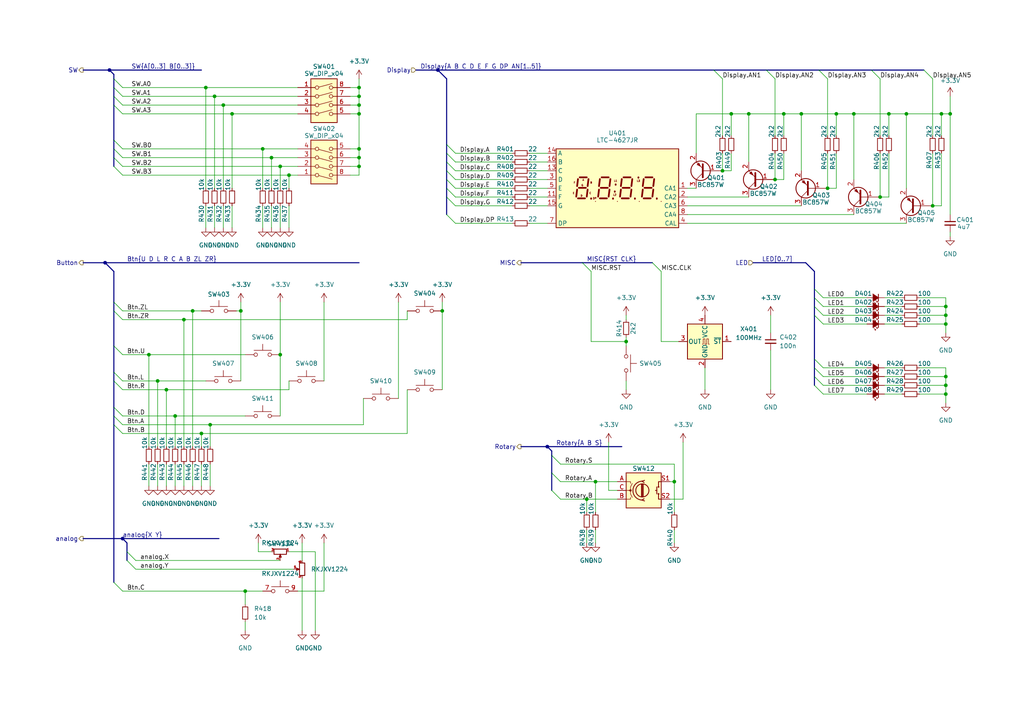
<source format=kicad_sch>
(kicad_sch (version 20250114) (generator "eeschema") (generator_version "9.0")
  (paper "A4")
  (junction (at 59.69 25.4))
  (junction (at 257.81 33.02))
  (junction (at 232.41 33.02))
  (junction (at 224.79 52.07))
  (junction (at 274.32 91.44))
  (junction (at 55.88 90.17))
  (junction (at 78.74 45.72))
  (junction (at 262.89 33.02))
  (junction (at 128.27 90.17))
  (junction (at 275.59 33.02))
  (junction (at 240.03 54.61))
  (junction (at 104.14 45.72))
  (junction (at 212.09 33.02))
  (junction (at 104.14 27.94))
  (junction (at 242.57 33.02))
  (junction (at 53.34 92.71))
  (junction (at 255.27 57.15))
  (junction (at 35.56 156.21))
  (junction (at 247.65 33.02))
  (junction (at 274.32 111.76))
  (junction (at 172.72 139.7))
  (junction (at 31.75 20.32))
  (junction (at 104.14 43.18))
  (junction (at 274.32 88.9))
  (junction (at 83.82 50.8))
  (junction (at 81.28 48.26))
  (junction (at 273.05 33.02))
  (junction (at 227.33 33.02))
  (junction (at 104.14 30.48))
  (junction (at 81.28 102.87))
  (junction (at 170.18 144.78))
  (junction (at 104.14 33.02))
  (junction (at 274.32 109.22))
  (junction (at 30.48 76.2))
  (junction (at 217.17 33.02))
  (junction (at 69.85 90.17))
  (junction (at 209.55 49.53))
  (junction (at 270.51 59.69))
  (junction (at 127 20.32))
  (junction (at 60.96 123.19))
  (junction (at 67.31 33.02))
  (junction (at 104.14 25.4))
  (junction (at 76.2 43.18))
  (junction (at 274.32 114.3))
  (junction (at 181.61 99.06))
  (junction (at 64.77 30.48))
  (junction (at 158.75 129.54))
  (junction (at 62.23 27.94))
  (junction (at 45.72 110.49))
  (junction (at 50.8 120.65))
  (junction (at 48.26 113.03))
  (junction (at 195.58 139.7))
  (junction (at 58.42 125.73))
  (junction (at 43.18 102.87))
  (junction (at 274.32 93.98))
  (junction (at 104.14 48.26))
  (junction (at 71.12 171.45))
  (bus_entry (at 33.02 90.17) (size 2.54 2.54))
  (bus_entry (at 33.02 27.94) (size 2.54 2.54))
  (bus_entry (at 33.02 48.26) (size 2.54 2.54))
  (bus_entry (at 189.23 76.2) (size 2.54 2.54))
  (bus_entry (at 33.02 118.11) (size 2.54 2.54))
  (bus_entry (at 160.02 137.16) (size 2.54 2.54))
  (bus_entry (at 129.54 49.53) (size 2.54 2.54))
  (bus_entry (at 33.02 40.64) (size 2.54 2.54))
  (bus_entry (at 236.22 109.22) (size 2.54 2.54))
  (bus_entry (at 129.54 46.99) (size 2.54 2.54))
  (bus_entry (at 168.91 76.2) (size 2.54 2.54))
  (bus_entry (at 129.54 62.23) (size 2.54 2.54))
  (bus_entry (at 129.54 41.91) (size 2.54 2.54))
  (bus_entry (at 33.02 87.63) (size 2.54 2.54))
  (bus_entry (at 236.22 91.44) (size 2.54 2.54))
  (bus_entry (at 160.02 132.08) (size 2.54 2.54))
  (bus_entry (at 207.01 20.32) (size 2.54 2.54))
  (bus_entry (at 33.02 120.65) (size 2.54 2.54))
  (bus_entry (at 33.02 168.91) (size 2.54 2.54))
  (bus_entry (at 129.54 44.45) (size 2.54 2.54))
  (bus_entry (at 236.22 86.36) (size 2.54 2.54))
  (bus_entry (at 129.54 52.07) (size 2.54 2.54))
  (bus_entry (at 33.02 110.49) (size 2.54 2.54))
  (bus_entry (at 267.97 20.32) (size 2.54 2.54))
  (bus_entry (at 236.22 83.82) (size 2.54 2.54))
  (bus_entry (at 36.83 160.02) (size 2.54 2.54))
  (bus_entry (at 236.22 88.9) (size 2.54 2.54))
  (bus_entry (at 33.02 25.4) (size 2.54 2.54))
  (bus_entry (at 237.49 20.32) (size 2.54 2.54))
  (bus_entry (at 33.02 22.86) (size 2.54 2.54))
  (bus_entry (at 33.02 30.48) (size 2.54 2.54))
  (bus_entry (at 160.02 142.24) (size 2.54 2.54))
  (bus_entry (at 33.02 43.18) (size 2.54 2.54))
  (bus_entry (at 33.02 107.95) (size 2.54 2.54))
  (bus_entry (at 236.22 111.76) (size 2.54 2.54))
  (bus_entry (at 36.83 162.56) (size 2.54 2.54))
  (bus_entry (at 252.73 20.32) (size 2.54 2.54))
  (bus_entry (at 33.02 45.72) (size 2.54 2.54))
  (bus_entry (at 129.54 57.15) (size 2.54 2.54))
  (bus_entry (at 33.02 100.33) (size 2.54 2.54))
  (bus_entry (at 236.22 106.68) (size 2.54 2.54))
  (bus_entry (at 33.02 123.19) (size 2.54 2.54))
  (bus_entry (at 129.54 54.61) (size 2.54 2.54))
  (bus_entry (at 222.25 20.32) (size 2.54 2.54))
  (bus_entry (at 236.22 104.14) (size 2.54 2.54))
  (wire (pts (xy 104.14 45.72) (xy 104.14 43.18)))
  (wire (pts (xy 238.76 111.76) (xy 251.46 111.76)))
  (wire (pts (xy 162.56 134.62) (xy 195.58 134.62)))
  (wire (pts (xy 240.03 22.86) (xy 240.03 39.37)))
  (wire (pts (xy 209.55 44.45) (xy 209.55 49.53)))
  (wire (pts (xy 172.72 153.67) (xy 172.72 157.48)))
  (wire (pts (xy 104.14 30.48) (xy 104.14 27.94)))
  (wire (pts (xy 273.05 33.02) (xy 262.89 33.02)))
  (bus (pts (xy 160.02 137.16) (xy 160.02 142.24)))
  (wire (pts (xy 199.39 59.69) (xy 232.41 59.69)))
  (wire (pts (xy 238.76 91.44) (xy 251.46 91.44)))
  (bus (pts (xy 236.22 88.9) (xy 236.22 91.44)))
  (wire (pts (xy 35.56 120.65) (xy 50.8 120.65)))
  (wire (pts (xy 93.98 87.63) (xy 93.98 110.49)))
  (wire (pts (xy 261.62 86.36) (xy 256.54 86.36)))
  (bus (pts (xy 151.13 76.2) (xy 168.91 76.2)))
  (wire (pts (xy 224.79 22.86) (xy 224.79 39.37)))
  (bus (pts (xy 168.91 76.2) (xy 189.23 76.2)))
  (bus (pts (xy 236.22 86.36) (xy 236.22 88.9)))
  (wire (pts (xy 242.57 54.61) (xy 240.03 54.61)))
  (wire (pts (xy 87.63 157.48) (xy 87.63 162.56)))
  (wire (pts (xy 255.27 57.15) (xy 255.27 44.45)))
  (wire (pts (xy 238.76 114.3) (xy 251.46 114.3)))
  (wire (pts (xy 71.12 180.34) (xy 71.12 182.88)))
  (wire (pts (xy 273.05 59.69) (xy 270.51 59.69)))
  (wire (pts (xy 191.77 78.74) (xy 191.77 99.06)))
  (wire (pts (xy 105.41 123.19) (xy 105.41 115.57)))
  (wire (pts (xy 275.59 67.31) (xy 275.59 68.58)))
  (wire (pts (xy 217.17 33.02) (xy 217.17 46.99)))
  (wire (pts (xy 53.34 134.62) (xy 53.34 140.97)))
  (wire (pts (xy 62.23 27.94) (xy 86.36 27.94)))
  (wire (pts (xy 35.56 110.49) (xy 45.72 110.49)))
  (bus (pts (xy 24.13 20.32) (xy 31.75 20.32)))
  (wire (pts (xy 238.76 109.22) (xy 251.46 109.22)))
  (wire (pts (xy 104.14 50.8) (xy 104.14 48.26)))
  (wire (pts (xy 257.81 44.45) (xy 257.81 57.15)))
  (wire (pts (xy 273.05 33.02) (xy 273.05 39.37)))
  (bus (pts (xy 33.02 30.48) (xy 33.02 40.64)))
  (wire (pts (xy 78.74 45.72) (xy 86.36 45.72)))
  (wire (pts (xy 81.28 87.63) (xy 81.28 102.87)))
  (wire (pts (xy 118.11 125.73) (xy 118.11 113.03)))
  (wire (pts (xy 261.62 88.9) (xy 256.54 88.9)))
  (wire (pts (xy 128.27 90.17) (xy 128.27 113.03)))
  (bus (pts (xy 129.54 52.07) (xy 129.54 54.61)))
  (wire (pts (xy 172.72 139.7) (xy 172.72 148.59)))
  (wire (pts (xy 199.39 54.61) (xy 201.93 54.61)))
  (wire (pts (xy 35.56 43.18) (xy 76.2 43.18)))
  (wire (pts (xy 153.67 46.99) (xy 158.75 46.99)))
  (wire (pts (xy 132.08 49.53) (xy 148.59 49.53)))
  (wire (pts (xy 262.89 33.02) (xy 262.89 54.61)))
  (bus (pts (xy 31.75 20.32) (xy 58.42 20.32)))
  (wire (pts (xy 118.11 92.71) (xy 118.11 90.17)))
  (wire (pts (xy 35.56 123.19) (xy 60.96 123.19)))
  (wire (pts (xy 212.09 49.53) (xy 209.55 49.53)))
  (wire (pts (xy 43.18 134.62) (xy 43.18 140.97)))
  (wire (pts (xy 181.61 110.49) (xy 181.61 113.03)))
  (wire (pts (xy 212.09 33.02) (xy 212.09 39.37)))
  (wire (pts (xy 69.85 90.17) (xy 69.85 110.49)))
  (wire (pts (xy 153.67 44.45) (xy 158.75 44.45)))
  (bus (pts (xy 33.02 87.63) (xy 33.02 90.17)))
  (bus (pts (xy 33.02 110.49) (xy 33.02 118.11)))
  (wire (pts (xy 58.42 125.73) (xy 58.42 129.54)))
  (bus (pts (xy 33.02 27.94) (xy 33.02 30.48)))
  (wire (pts (xy 91.44 160.02) (xy 91.44 182.88)))
  (bus (pts (xy 236.22 91.44) (xy 236.22 104.14)))
  (bus (pts (xy 33.02 78.74) (xy 30.48 76.2)))
  (wire (pts (xy 78.74 59.69) (xy 78.74 66.04)))
  (wire (pts (xy 153.67 52.07) (xy 158.75 52.07)))
  (wire (pts (xy 274.32 88.9) (xy 274.32 86.36)))
  (wire (pts (xy 128.27 87.63) (xy 128.27 90.17)))
  (wire (pts (xy 35.56 45.72) (xy 78.74 45.72)))
  (bus (pts (xy 218.44 76.2) (xy 233.68 76.2)))
  (wire (pts (xy 209.55 22.86) (xy 209.55 39.37)))
  (wire (pts (xy 274.32 106.68) (xy 266.7 106.68)))
  (bus (pts (xy 33.02 107.95) (xy 33.02 110.49)))
  (bus (pts (xy 127 20.32) (xy 207.01 20.32)))
  (wire (pts (xy 270.51 22.86) (xy 270.51 39.37)))
  (wire (pts (xy 181.61 97.79) (xy 181.61 99.06)))
  (wire (pts (xy 60.96 134.62) (xy 60.96 140.97)))
  (bus (pts (xy 129.54 22.86) (xy 127 20.32)))
  (wire (pts (xy 81.28 102.87) (xy 81.28 120.65)))
  (wire (pts (xy 104.14 30.48) (xy 101.6 30.48)))
  (bus (pts (xy 33.02 22.86) (xy 33.02 25.4)))
  (wire (pts (xy 67.31 59.69) (xy 67.31 66.04)))
  (wire (pts (xy 81.28 48.26) (xy 86.36 48.26)))
  (bus (pts (xy 160.02 130.81) (xy 160.02 132.08)))
  (bus (pts (xy 129.54 57.15) (xy 129.54 62.23)))
  (wire (pts (xy 172.72 139.7) (xy 179.07 139.7)))
  (wire (pts (xy 45.72 110.49) (xy 45.72 129.54)))
  (wire (pts (xy 212.09 33.02) (xy 201.93 33.02)))
  (wire (pts (xy 78.74 45.72) (xy 78.74 54.61)))
  (wire (pts (xy 104.14 48.26) (xy 104.14 45.72)))
  (bus (pts (xy 24.13 76.2) (xy 30.48 76.2)))
  (bus (pts (xy 35.56 156.21) (xy 36.83 157.48)))
  (wire (pts (xy 86.36 171.45) (xy 93.98 171.45)))
  (wire (pts (xy 194.31 144.78) (xy 198.12 144.78)))
  (wire (pts (xy 232.41 33.02) (xy 227.33 33.02)))
  (wire (pts (xy 50.8 120.65) (xy 50.8 129.54)))
  (wire (pts (xy 275.59 33.02) (xy 275.59 62.23)))
  (bus (pts (xy 160.02 132.08) (xy 160.02 137.16)))
  (wire (pts (xy 227.33 33.02) (xy 217.17 33.02)))
  (wire (pts (xy 59.69 25.4) (xy 59.69 54.61)))
  (wire (pts (xy 242.57 44.45) (xy 242.57 54.61)))
  (wire (pts (xy 35.56 171.45) (xy 71.12 171.45)))
  (wire (pts (xy 162.56 144.78) (xy 170.18 144.78)))
  (wire (pts (xy 223.52 101.6) (xy 223.52 113.03)))
  (wire (pts (xy 171.45 78.74) (xy 171.45 99.06)))
  (wire (pts (xy 217.17 33.02) (xy 212.09 33.02)))
  (wire (pts (xy 257.81 57.15) (xy 255.27 57.15)))
  (wire (pts (xy 71.12 171.45) (xy 71.12 175.26)))
  (wire (pts (xy 132.08 59.69) (xy 148.59 59.69)))
  (wire (pts (xy 261.62 93.98) (xy 256.54 93.98)))
  (wire (pts (xy 50.8 120.65) (xy 71.12 120.65)))
  (wire (pts (xy 93.98 157.48) (xy 93.98 171.45)))
  (wire (pts (xy 194.31 139.7) (xy 195.58 139.7)))
  (bus (pts (xy 236.22 109.22) (xy 236.22 111.76)))
  (wire (pts (xy 71.12 171.45) (xy 76.2 171.45)))
  (wire (pts (xy 39.37 165.1) (xy 85.09 165.1)))
  (wire (pts (xy 69.85 87.63) (xy 69.85 90.17)))
  (wire (pts (xy 59.69 25.4) (xy 86.36 25.4)))
  (wire (pts (xy 35.56 27.94) (xy 62.23 27.94)))
  (bus (pts (xy 33.02 43.18) (xy 33.02 45.72)))
  (wire (pts (xy 55.88 90.17) (xy 55.88 129.54)))
  (wire (pts (xy 261.62 114.3) (xy 256.54 114.3)))
  (bus (pts (xy 129.54 46.99) (xy 129.54 49.53)))
  (bus (pts (xy 129.54 54.61) (xy 129.54 57.15)))
  (wire (pts (xy 35.56 125.73) (xy 58.42 125.73)))
  (wire (pts (xy 274.32 114.3) (xy 274.32 111.76)))
  (wire (pts (xy 35.56 50.8) (xy 83.82 50.8)))
  (wire (pts (xy 53.34 92.71) (xy 118.11 92.71)))
  (wire (pts (xy 35.56 48.26) (xy 81.28 48.26)))
  (bus (pts (xy 252.73 20.32) (xy 267.97 20.32)))
  (wire (pts (xy 262.89 33.02) (xy 257.81 33.02)))
  (wire (pts (xy 170.18 144.78) (xy 170.18 148.59)))
  (wire (pts (xy 176.53 142.24) (xy 179.07 142.24)))
  (wire (pts (xy 238.76 86.36) (xy 251.46 86.36)))
  (wire (pts (xy 257.81 33.02) (xy 247.65 33.02)))
  (wire (pts (xy 132.08 46.99) (xy 148.59 46.99)))
  (wire (pts (xy 274.32 111.76) (xy 274.32 109.22)))
  (wire (pts (xy 270.51 59.69) (xy 270.51 44.45)))
  (wire (pts (xy 35.56 92.71) (xy 53.34 92.71)))
  (wire (pts (xy 181.61 91.44) (xy 181.61 92.71)))
  (wire (pts (xy 35.56 102.87) (xy 43.18 102.87)))
  (wire (pts (xy 104.14 25.4) (xy 101.6 25.4)))
  (wire (pts (xy 132.08 64.77) (xy 148.59 64.77)))
  (wire (pts (xy 199.39 57.15) (xy 217.17 57.15)))
  (wire (pts (xy 162.56 139.7) (xy 172.72 139.7)))
  (wire (pts (xy 83.82 160.02) (xy 91.44 160.02)))
  (wire (pts (xy 60.96 123.19) (xy 105.41 123.19)))
  (wire (pts (xy 39.37 162.56) (xy 81.28 162.56)))
  (wire (pts (xy 266.7 111.76) (xy 274.32 111.76)))
  (bus (pts (xy 120.65 20.32) (xy 127 20.32)))
  (wire (pts (xy 275.59 27.94) (xy 275.59 33.02)))
  (wire (pts (xy 62.23 27.94) (xy 62.23 54.61)))
  (wire (pts (xy 104.14 27.94) (xy 104.14 25.4)))
  (bus (pts (xy 35.56 156.21) (xy 63.5 156.21)))
  (wire (pts (xy 240.03 54.61) (xy 240.03 44.45)))
  (wire (pts (xy 212.09 44.45) (xy 212.09 49.53)))
  (wire (pts (xy 257.81 33.02) (xy 257.81 39.37)))
  (wire (pts (xy 242.57 33.02) (xy 242.57 39.37)))
  (wire (pts (xy 83.82 50.8) (xy 86.36 50.8)))
  (wire (pts (xy 104.14 22.86) (xy 104.14 25.4)))
  (wire (pts (xy 191.77 99.06) (xy 196.85 99.06)))
  (bus (pts (xy 222.25 20.32) (xy 237.49 20.32)))
  (bus (pts (xy 36.83 157.48) (xy 36.83 160.02)))
  (wire (pts (xy 132.08 57.15) (xy 148.59 57.15)))
  (wire (pts (xy 64.77 30.48) (xy 64.77 54.61)))
  (wire (pts (xy 266.7 114.3) (xy 274.32 114.3)))
  (wire (pts (xy 48.26 113.03) (xy 48.26 129.54)))
  (bus (pts (xy 33.02 78.74) (xy 33.02 87.63)))
  (wire (pts (xy 199.39 62.23) (xy 247.65 62.23)))
  (wire (pts (xy 201.93 33.02) (xy 201.93 44.45)))
  (wire (pts (xy 247.65 33.02) (xy 247.65 52.07)))
  (bus (pts (xy 233.68 76.2) (xy 236.22 78.74)))
  (bus (pts (xy 33.02 21.59) (xy 33.02 22.86)))
  (wire (pts (xy 83.82 50.8) (xy 83.82 54.61)))
  (bus (pts (xy 236.22 83.82) (xy 236.22 86.36)))
  (wire (pts (xy 59.69 59.69) (xy 59.69 66.04)))
  (wire (pts (xy 45.72 134.62) (xy 45.72 140.97)))
  (wire (pts (xy 83.82 59.69) (xy 83.82 66.04)))
  (bus (pts (xy 30.48 76.2) (xy 104.14 76.2)))
  (wire (pts (xy 261.62 106.68) (xy 256.54 106.68)))
  (wire (pts (xy 55.88 90.17) (xy 58.42 90.17)))
  (wire (pts (xy 238.76 106.68) (xy 251.46 106.68)))
  (wire (pts (xy 104.14 43.18) (xy 101.6 43.18)))
  (wire (pts (xy 104.14 27.94) (xy 101.6 27.94)))
  (wire (pts (xy 74.93 157.48) (xy 74.93 160.02)))
  (wire (pts (xy 53.34 92.71) (xy 53.34 129.54)))
  (wire (pts (xy 261.62 109.22) (xy 256.54 109.22)))
  (bus (pts (xy 129.54 49.53) (xy 129.54 52.07)))
  (wire (pts (xy 153.67 54.61) (xy 158.75 54.61)))
  (wire (pts (xy 153.67 49.53) (xy 158.75 49.53)))
  (wire (pts (xy 266.7 88.9) (xy 274.32 88.9)))
  (wire (pts (xy 153.67 64.77) (xy 158.75 64.77)))
  (wire (pts (xy 35.56 30.48) (xy 64.77 30.48)))
  (wire (pts (xy 132.08 44.45) (xy 148.59 44.45)))
  (wire (pts (xy 55.88 134.62) (xy 55.88 140.97)))
  (wire (pts (xy 81.28 59.69) (xy 81.28 66.04)))
  (wire (pts (xy 104.14 43.18) (xy 104.14 33.02)))
  (wire (pts (xy 58.42 134.62) (xy 58.42 140.97)))
  (wire (pts (xy 68.58 90.17) (xy 69.85 90.17)))
  (wire (pts (xy 104.14 48.26) (xy 101.6 48.26)))
  (wire (pts (xy 67.31 33.02) (xy 67.31 54.61)))
  (wire (pts (xy 227.33 52.07) (xy 224.79 52.07)))
  (wire (pts (xy 35.56 33.02) (xy 67.31 33.02)))
  (bus (pts (xy 36.83 160.02) (xy 36.83 162.56)))
  (wire (pts (xy 104.14 45.72) (xy 101.6 45.72)))
  (bus (pts (xy 33.02 118.11) (xy 33.02 120.65)))
  (bus (pts (xy 236.22 78.74) (xy 236.22 83.82)))
  (wire (pts (xy 274.32 116.84) (xy 274.32 114.3)))
  (wire (pts (xy 274.32 93.98) (xy 274.32 91.44)))
  (wire (pts (xy 223.52 91.44) (xy 223.52 96.52)))
  (wire (pts (xy 262.89 64.77) (xy 199.39 64.77)))
  (wire (pts (xy 261.62 91.44) (xy 256.54 91.44)))
  (wire (pts (xy 247.65 33.02) (xy 242.57 33.02)))
  (wire (pts (xy 76.2 43.18) (xy 76.2 54.61)))
  (bus (pts (xy 151.13 129.54) (xy 158.75 129.54)))
  (bus (pts (xy 237.49 20.32) (xy 252.73 20.32)))
  (bus (pts (xy 33.02 25.4) (xy 33.02 27.94)))
  (bus (pts (xy 158.75 129.54) (xy 180.34 129.54)))
  (wire (pts (xy 198.12 128.27) (xy 198.12 144.78)))
  (wire (pts (xy 87.63 167.64) (xy 87.63 182.88)))
  (bus (pts (xy 207.01 20.32) (xy 222.25 20.32)))
  (wire (pts (xy 274.32 109.22) (xy 274.32 106.68)))
  (wire (pts (xy 195.58 153.67) (xy 195.58 157.48)))
  (wire (pts (xy 35.56 25.4) (xy 59.69 25.4)))
  (wire (pts (xy 48.26 113.03) (xy 83.82 113.03)))
  (bus (pts (xy 33.02 120.65) (xy 33.02 123.19)))
  (wire (pts (xy 104.14 33.02) (xy 104.14 30.48)))
  (bus (pts (xy 158.75 129.54) (xy 160.02 130.81)))
  (wire (pts (xy 195.58 139.7) (xy 195.58 148.59)))
  (wire (pts (xy 273.05 44.45) (xy 273.05 59.69)))
  (wire (pts (xy 238.76 93.98) (xy 251.46 93.98)))
  (wire (pts (xy 104.14 50.8) (xy 101.6 50.8)))
  (bus (pts (xy 129.54 22.86) (xy 129.54 41.91)))
  (wire (pts (xy 274.32 96.52) (xy 274.32 93.98)))
  (wire (pts (xy 81.28 48.26) (xy 81.28 54.61)))
  (wire (pts (xy 266.7 91.44) (xy 274.32 91.44)))
  (wire (pts (xy 204.47 113.03) (xy 204.47 106.68)))
  (wire (pts (xy 43.18 102.87) (xy 71.12 102.87)))
  (bus (pts (xy 236.22 104.14) (xy 236.22 106.68)))
  (wire (pts (xy 76.2 59.69) (xy 76.2 66.04)))
  (wire (pts (xy 181.61 99.06) (xy 181.61 100.33)))
  (wire (pts (xy 48.26 134.62) (xy 48.26 140.97)))
  (wire (pts (xy 74.93 160.02) (xy 78.74 160.02)))
  (wire (pts (xy 67.31 33.02) (xy 86.36 33.02)))
  (wire (pts (xy 35.56 113.03) (xy 48.26 113.03)))
  (bus (pts (xy 33.02 123.19) (xy 33.02 168.91)))
  (wire (pts (xy 153.67 59.69) (xy 158.75 59.69)))
  (wire (pts (xy 255.27 22.86) (xy 255.27 39.37)))
  (wire (pts (xy 275.59 33.02) (xy 273.05 33.02)))
  (wire (pts (xy 35.56 90.17) (xy 55.88 90.17)))
  (wire (pts (xy 266.7 109.22) (xy 274.32 109.22)))
  (wire (pts (xy 83.82 113.03) (xy 83.82 110.49)))
  (bus (pts (xy 31.75 20.32) (xy 33.02 21.59)))
  (bus (pts (xy 33.02 90.17) (xy 33.02 100.33)))
  (bus (pts (xy 129.54 41.91) (xy 129.54 44.45)))
  (wire (pts (xy 64.77 59.69) (xy 64.77 66.04)))
  (wire (pts (xy 62.23 59.69) (xy 62.23 66.04)))
  (wire (pts (xy 274.32 91.44) (xy 274.32 88.9)))
  (wire (pts (xy 232.41 33.02) (xy 232.41 49.53)))
  (wire (pts (xy 60.96 123.19) (xy 60.96 129.54)))
  (wire (pts (xy 115.57 87.63) (xy 115.57 115.57)))
  (wire (pts (xy 64.77 30.48) (xy 86.36 30.48)))
  (wire (pts (xy 132.08 54.61) (xy 148.59 54.61)))
  (wire (pts (xy 132.08 52.07) (xy 148.59 52.07)))
  (wire (pts (xy 58.42 125.73) (xy 118.11 125.73)))
  (bus (pts (xy 33.02 45.72) (xy 33.02 48.26)))
  (wire (pts (xy 274.32 86.36) (xy 266.7 86.36)))
  (bus (pts (xy 33.02 100.33) (xy 33.02 107.95)))
  (wire (pts (xy 242.57 33.02) (xy 232.41 33.02)))
  (bus (pts (xy 129.54 44.45) (xy 129.54 46.99)))
  (wire (pts (xy 50.8 134.62) (xy 50.8 140.97)))
  (wire (pts (xy 45.72 110.49) (xy 59.69 110.49)))
  (wire (pts (xy 227.33 44.45) (xy 227.33 52.07)))
  (wire (pts (xy 266.7 93.98) (xy 274.32 93.98)))
  (wire (pts (xy 261.62 111.76) (xy 256.54 111.76)))
  (wire (pts (xy 227.33 33.02) (xy 227.33 39.37)))
  (wire (pts (xy 153.67 57.15) (xy 158.75 57.15)))
  (bus (pts (xy 24.13 156.21) (xy 35.56 156.21)))
  (wire (pts (xy 195.58 134.62) (xy 195.58 139.7)))
  (wire (pts (xy 171.45 99.06) (xy 181.61 99.06)))
  (wire (pts (xy 104.14 33.02) (xy 101.6 33.02)))
  (wire (pts (xy 43.18 102.87) (xy 43.18 129.54)))
  (bus (pts (xy 33.02 40.64) (xy 33.02 43.18)))
  (wire (pts (xy 224.79 52.07) (xy 224.79 44.45)))
  (wire (pts (xy 238.76 88.9) (xy 251.46 88.9)))
  (bus (pts (xy 236.22 106.68) (xy 236.22 109.22)))
  (wire (pts (xy 76.2 43.18) (xy 86.36 43.18)))
  (wire (pts (xy 176.53 128.27) (xy 176.53 142.24)))
  (wire (pts (xy 170.18 153.67) (xy 170.18 157.48)))
  (wire (pts (xy 170.18 144.78) (xy 179.07 144.78)))
  (label "MISC{RST CLK}" (at 170.18 76.2 0))
  (label "LED5" (at 240.03 109.22 0))
  (label "SW.B1" (at 38.1 45.72 0))
  (label "SW.B3" (at 38.1 50.8 0))
  (label "SW.B0" (at 38.1 43.18 0))
  (label "Display.B" (at 133.35 46.99 0))
  (label "Btn{U D L R C A B ZL ZR}" (at 36.83 76.2 0))
  (label "LED0" (at 240.03 86.36 0))
  (label "Btn.A" (at 36.83 123.19 0))
  (label "Display.AN4" (at 255.27 22.86 0))
  (label "LED[0..7]" (at 220.98 76.2 0))
  (label "Display.DP" (at 133.35 64.77 0))
  (label "Display.AN1" (at 209.55 22.86 0))
  (label "Btn.U" (at 36.83 102.87 0))
  (label "Btn.R" (at 36.83 113.03 0))
  (label "SW.A3" (at 38.1 33.02 0))
  (label "Btn.C" (at 36.83 171.45 0))
  (label "MISC.CLK" (at 191.77 78.74 0))
  (label "Rotary.B" (at 163.83 144.78 0))
  (label "Display.F" (at 133.35 57.15 0))
  (label "analog.X" (at 40.64 162.56 0))
  (label "Btn.ZL" (at 36.83 90.17 0))
  (label "MISC.RST" (at 171.45 78.74 0))
  (label "analog{X Y}" (at 35.56 156.21 0))
  (label "Rotary.S" (at 163.83 134.62 0))
  (label "SW.B2" (at 38.1 48.26 0))
  (label "LED2" (at 240.03 91.44 0))
  (label "SW.A1" (at 38.1 27.94 0))
  (label "Display.AN2" (at 224.79 22.86 0))
  (label "Btn.L" (at 36.83 110.49 0))
  (label "Display.E" (at 133.35 54.61 0))
  (label "Display.G" (at 133.35 59.69 0))
  (label "SW.A2" (at 38.1 30.48 0))
  (label "SW.A0" (at 38.1 25.4 0))
  (label "analog.Y" (at 40.64 165.1 0))
  (label "LED7" (at 240.03 114.3 0))
  (label "Btn.B" (at 36.83 125.73 0))
  (label "Rotary{A B S}" (at 161.29 129.54 0))
  (label "Display.AN3" (at 240.03 22.86 0))
  (label "Display.D" (at 133.35 52.07 0))
  (label "SW{A[0..3] B[0..3]}" (at 38.1 20.32 0))
  (label "Display.C" (at 133.35 49.53 0))
  (label "Display.A" (at 133.35 44.45 0))
  (label "LED1" (at 240.03 88.9 0))
  (label "Display.AN5" (at 270.51 22.86 0))
  (label "Btn.D" (at 36.83 120.65 0))
  (label "LED6" (at 240.03 111.76 0))
  (label "LED3" (at 240.03 93.98 0))
  (label "Btn.ZR" (at 36.83 92.71 0))
  (label "Display{A B C D E F G DP AN[1..5]}" (at 121.92 20.32 0))
  (label "Rotary.A" (at 163.83 139.7 0))
  (label "LED4" (at 240.03 106.68 0))
  (hierarchical_label "analog" (shape output) (at 24.13 156.21 180))
  (hierarchical_label "MISC" (shape output) (at 151.13 76.2 180))
  (hierarchical_label "LED" (shape input) (at 218.44 76.2 180))
  (hierarchical_label "Rotary" (shape output) (at 151.13 129.54 180))
  (hierarchical_label "Display" (shape input) (at 120.65 20.32 180))
  (hierarchical_label "Button" (shape output) (at 24.13 76.2 180))
  (hierarchical_label "SW" (shape output) (at 24.13 20.32 180))
  (symbol (lib_id "power:GND") (at 81.28 66.04 0) (unit 1)
    (property "Reference" "#PWR0416" (effects (hide yes)))
    (property "Value" "GND" (at 81.28 71.12 0))
    (property "Description" "Power symbol creates a global label with name \"GND\" , ground" (effects (hide yes)))
  )
  (symbol (lib_id "Switch:SW_Omron_B3FS") (at 76.2 120.65 0) (unit 1)
    (property "Reference" "SW411" (at 76.2 115.57 0))
    (property "Value" "SW_Omron_B3FS" (effects (hide yes)))
    (property "Footprint" "Library:SW_PUSH_6mm_H4.3mm" (effects (hide yes)))
    (property "Datasheet" "https://omronfs.omron.com/en_US/ecb/products/pdf/en-b3fs.pdf" (effects (hide yes)))
    (property "Description" "Omron B3FS 6x6mm single pole normally-open tactile switch" (effects (hide yes)))
    (property "Würth" "430186043716" (effects (hide yes)))
  )
  (symbol (lib_id "power:GND") (at 274.32 96.52 0) (unit 1)
    (property "Reference" "#PWR0406" (effects (hide yes)))
    (property "Value" "GND" (at 274.32 101.6 0))
    (property "Description" "Power symbol creates a global label with name \"GND\" , ground" (effects (hide yes)))
  )
  (symbol (lib_id "Transistor_BJT:BC857W") (at 234.95 54.61 180) (unit 1)
    (property "Reference" "Q403" (at 240.792 56.642 0) (effects (justify left)))
    (property "Value" "BC857W" (at 240.538 58.674 0) (effects (justify left)))
    (property "Footprint" "Package_TO_SOT_SMD:SOT-23-3" (effects (hide yes)))
    (property "Datasheet" "http://www.infineon.com/dgdl/Infineon-BC857SERIES_BC858SERIES_BC859SERIES_BC860SERIES-DS-v01_01-en.pdf?fileId=db3a304314dca389011541da0e3a1661" (effects (hide yes)))
    (property "Description" "0.1A Ic, 45V Vce, PNP Small Signal Transistor, SOT-323" (effects (hide yes)))
    (property "Würth" "-" (effects (hide yes)))
  )
  (symbol (lib_id "Device:R_Small") (at 50.8 132.08 0) (unit 1)
    (property "Reference" "R444" (at 50.292 134.366 90) (effects (justify right bottom)))
    (property "Value" "10k" (at 50.292 130.302 90) (effects (justify left bottom)))
    (property "Footprint" "Resistor_SMD:R_0402_1005Metric" (effects (hide yes)))
    (property "Description" "Resistor, small symbol" (effects (hide yes)))
    (property "Würth" "560112110020" (effects (hide yes)))
  )
  (symbol (lib_id "power:+3.3V") (at 74.93 157.48 0) (unit 1)
    (property "Reference" "#PWR0449" (effects (hide yes)))
    (property "Value" "+3.3V" (at 74.93 152.4 0))
    (property "Description" "Power symbol creates a global label with name \"+3.3V\"" (effects (hide yes)))
  )
  (symbol (lib_id "Device:R_Small") (at 55.88 132.08 0) (unit 1)
    (property "Reference" "R446" (at 55.372 134.366 90) (effects (justify right bottom)))
    (property "Value" "10k" (at 55.372 130.302 90) (effects (justify left bottom)))
    (property "Footprint" "Resistor_SMD:R_0402_1005Metric" (effects (hide yes)))
    (property "Description" "Resistor, small symbol" (effects (hide yes)))
    (property "Würth" "560112110020" (effects (hide yes)))
  )
  (symbol (lib_id "Device:R_Small") (at 43.18 132.08 0) (unit 1)
    (property "Reference" "R441" (at 42.672 134.366 90) (effects (justify right bottom)))
    (property "Value" "10k" (at 42.672 130.302 90) (effects (justify left bottom)))
    (property "Footprint" "Resistor_SMD:R_0402_1005Metric" (effects (hide yes)))
    (property "Description" "Resistor, small symbol" (effects (hide yes)))
    (property "Würth" "560112110020" (effects (hide yes)))
  )
  (symbol (lib_id "power:+3.3V") (at 93.98 157.48 0) (unit 1)
    (property "Reference" "#PWR0448" (effects (hide yes)))
    (property "Value" "+3.3V" (at 93.98 152.4 0))
    (property "Description" "Power symbol creates a global label with name \"+3.3V\"" (effects (hide yes)))
  )
  (symbol (lib_id "Device:R_Small") (at 255.27 41.91 180) (unit 1)
    (property "Reference" "R406" (at 254.254 46.736 90))
    (property "Value" "2k2" (at 254.254 38.1 90))
    (property "Footprint" "Resistor_SMD:R_0402_1005Metric" (effects (hide yes)))
    (property "Description" "Resistor, small symbol" (effects (hide yes)))
    (property "Würth" "560112110087" (effects (hide yes)))
  )
  (symbol (lib_id "power:+3.3V") (at 87.63 157.48 0) (unit 1)
    (property "Reference" "#PWR0447" (effects (hide yes)))
    (property "Value" "+3.3V" (at 87.63 152.4 0))
    (property "Description" "Power symbol creates a global label with name \"+3.3V\"" (effects (hide yes)))
  )
  (symbol (lib_id "power:GND") (at 71.12 182.88 0) (unit 1)
    (property "Reference" "#PWR0444" (effects (hide yes)))
    (property "Value" "GND" (at 71.12 187.96 0))
    (property "Description" "Power symbol creates a global label with name \"GND\" , ground" (effects (hide yes)))
  )
  (symbol (lib_id "FPGA-Devel:RKJXV1224") (at 81.28 160.02 270) (unit 1)
    (property "Reference" "SW413" (at 81.28 157.734 90))
    (property "Value" "RKJXV1224" (at 81.28 157.48 90))
    (property "Footprint" "Library:RKJXV1224" (effects (hide yes)))
    (property "Würth" "-" (effects (hide yes)))
  )
  (symbol (lib_id "power:+3.3V") (at 198.12 128.27 0) (unit 1)
    (property "Reference" "#PWR0439" (effects (hide yes)))
    (property "Value" "+3.3V" (at 198.12 123.19 0))
    (property "Description" "Power symbol creates a global label with name \"+3.3V\"" (effects (hide yes)))
  )
  (symbol (lib_id "Device:LED_Small_Filled") (at 254 109.22 180) (unit 1)
    (property "Reference" "D406" (at 252.984 108.712 0) (effects (justify left top)))
    (property "Value" "LED_Small_Filled" (effects (hide yes)))
    (property "Footprint" "Library:LED_0603_1608Metric" (effects (hide yes)))
    (property "Description" "Light emitting diode, small symbol, filled shape" (effects (hide yes)))
    (property "Würth" "150060AS75000" (effects (hide yes)))
  )
  (symbol (lib_id "power:GND") (at 76.2 66.04 0) (unit 1)
    (property "Reference" "#PWR0414" (effects (hide yes)))
    (property "Value" "GND" (at 76.2 71.12 0))
    (property "Description" "Power symbol creates a global label with name \"GND\" , ground" (effects (hide yes)))
  )
  (symbol (lib_id "Transistor_BJT:BC857W") (at 219.71 52.07 180) (unit 1)
    (property "Reference" "Q402" (at 225.552 54.102 0) (effects (justify left)))
    (property "Value" "BC857W" (at 225.298 56.134 0) (effects (justify left)))
    (property "Footprint" "Package_TO_SOT_SMD:SOT-23-3" (effects (hide yes)))
    (property "Datasheet" "http://www.infineon.com/dgdl/Infineon-BC857SERIES_BC858SERIES_BC859SERIES_BC860SERIES-DS-v01_01-en.pdf?fileId=db3a304314dca389011541da0e3a1661" (effects (hide yes)))
    (property "Description" "0.1A Ic, 45V Vce, PNP Small Signal Transistor, SOT-323" (effects (hide yes)))
    (property "Würth" "-" (effects (hide yes)))
  )
  (symbol (lib_id "Device:C_Small") (at 275.59 64.77 0) (mirror y) (unit 1)
    (property "Reference" "C401" (at 277.368 63.754 0) (effects (justify right)))
    (property "Value" "4u7" (at 277.622 65.786 0) (effects (justify right)))
    (property "Footprint" "Capacitor_SMD:C_0603_1608Metric" (effects (hide yes)))
    (property "Description" "Unpolarized capacitor, small symbol" (effects (hide yes)))
    (property "Würth" "885012106005" (effects (hide yes)))
  )
  (symbol (lib_id "Switch:SW_Omron_B3FS") (at 123.19 90.17 0) (unit 1)
    (property "Reference" "SW404" (at 123.19 85.09 0))
    (property "Value" "SW_Omron_B3FS" (effects (hide yes)))
    (property "Footprint" "Library:SW_Tactile_SPST_Angled_PTS645Vx39-2LFS" (effects (hide yes)))
    (property "Datasheet" "https://omronfs.omron.com/en_US/ecb/products/pdf/en-b3fs.pdf" (effects (hide yes)))
    (property "Description" "Omron B3FS 6x6mm single pole normally-open tactile switch" (effects (hide yes)))
    (property "Würth" "431256031716" (effects (hide yes)))
  )
  (symbol (lib_id "Device:R_Small") (at 64.77 57.15 0) (unit 1)
    (property "Reference" "R432" (at 64.262 59.436 90) (effects (justify right bottom)))
    (property "Value" "10k" (at 64.262 55.372 90) (effects (justify left bottom)))
    (property "Footprint" "Resistor_SMD:R_0402_1005Metric" (effects (hide yes)))
    (property "Description" "Resistor, small symbol" (effects (hide yes)))
    (property "Würth" "560112110020" (effects (hide yes)))
  )
  (symbol (lib_id "Device:R_Small") (at 264.16 88.9 90) (unit 1)
    (property "Reference" "R423" (at 262.128 88.392 90) (effects (justify left top)))
    (property "Value" "100" (at 266.192 88.392 90) (effects (justify right top)))
    (property "Footprint" "Resistor_SMD:R_0402_1005Metric" (effects (hide yes)))
    (property "Description" "Resistor, small symbol" (effects (hide yes)))
    (property "Würth" "560112110022" (effects (hide yes)))
  )
  (symbol (lib_id "Device:R_Small") (at 151.13 52.07 90) (unit 1)
    (property "Reference" "R409" (at 149.098 51.562 90) (effects (justify left top)))
    (property "Value" "22" (at 153.162 51.562 90) (effects (justify right top)))
    (property "Footprint" "Resistor_SMD:R_0402_1005Metric" (effects (hide yes)))
    (property "Description" "Resistor, small symbol" (effects (hide yes)))
    (property "Würth" "560112110022" (effects (hide yes)))
  )
  (symbol (lib_id "Device:R_Small") (at 151.13 64.77 90) (unit 1)
    (property "Reference" "R413" (at 149.098 64.262 90) (effects (justify left top)))
    (property "Value" "22" (at 153.162 64.262 90) (effects (justify right top)))
    (property "Footprint" "Resistor_SMD:R_0402_1005Metric" (effects (hide yes)))
    (property "Description" "Resistor, small symbol" (effects (hide yes)))
    (property "Würth" "560112110022" (effects (hide yes)))
  )
  (symbol (lib_id "Switch:SW_DIP_x04") (at 93.98 45.72 0) (mirror x) (unit 1)
    (property "Reference" "SW402" (at 93.98 37.338 0))
    (property "Value" "SW_DIP_x04" (at 93.98 39.37 0))
    (property "Footprint" "Library:SW_DIP_SPSTx04_Slide_9.78x12.34mm_W7.62mm_P2.54mm" (effects (hide yes)))
    (property "Description" "4x DIP Switch, Single Pole Single Throw (SPST) switch, small symbol" (effects (hide yes)))
    (property "Würth" "418117270904" (effects (hide yes)))
  )
  (symbol (lib_id "Device:LED_Small_Filled") (at 254 93.98 180) (unit 1)
    (property "Reference" "D404" (at 252.984 93.472 0) (effects (justify left top)))
    (property "Value" "LED_Small_Filled" (effects (hide yes)))
    (property "Footprint" "Library:LED_0603_1608Metric" (effects (hide yes)))
    (property "Description" "Light emitting diode, small symbol, filled shape" (effects (hide yes)))
    (property "Würth" "150060AS75000" (effects (hide yes)))
  )
  (symbol (lib_id "Device:R_Small") (at 170.18 151.13 0) (unit 1)
    (property "Reference" "R438" (at 169.672 153.416 90) (effects (justify right bottom)))
    (property "Value" "10k" (at 169.672 149.352 90) (effects (justify left bottom)))
    (property "Footprint" "Resistor_SMD:R_0402_1005Metric" (effects (hide yes)))
    (property "Description" "Resistor, small symbol" (effects (hide yes)))
    (property "Würth" "560112110020" (effects (hide yes)))
  )
  (symbol (lib_id "Device:LED_Small_Filled") (at 254 106.68 180) (unit 1)
    (property "Reference" "D405" (at 252.984 106.172 0) (effects (justify left top)))
    (property "Value" "LED_Small_Filled" (effects (hide yes)))
    (property "Footprint" "Library:LED_0603_1608Metric" (effects (hide yes)))
    (property "Description" "Light emitting diode, small symbol, filled shape" (effects (hide yes)))
    (property "Würth" "150060AS75000" (effects (hide yes)))
  )
  (symbol (lib_id "Device:R_Small") (at 240.03 41.91 180) (unit 1)
    (property "Reference" "R405" (at 239.014 46.736 90))
    (property "Value" "2k2" (at 239.014 38.1 90))
    (property "Footprint" "Resistor_SMD:R_0402_1005Metric" (effects (hide yes)))
    (property "Description" "Resistor, small symbol" (effects (hide yes)))
    (property "Würth" "560112110087" (effects (hide yes)))
  )
  (symbol (lib_id "Switch:SW_Omron_B3FS") (at 181.61 105.41 270) (unit 1)
    (property "Reference" "SW405" (at 185.42 105.4099 90) (effects (justify left)))
    (property "Value" "SW_Omron_B3FS" (effects (hide yes)))
    (property "Footprint" "Library:SW_PUSH_6mm_H4.3mm" (effects (hide yes)))
    (property "Datasheet" "https://omronfs.omron.com/en_US/ecb/products/pdf/en-b3fs.pdf" (effects (hide yes)))
    (property "Description" "Omron B3FS 6x6mm single pole normally-open tactile switch" (effects (hide yes)))
    (property "Würth" "430156043736" (effects (hide yes)))
  )
  (symbol (lib_id "power:GND") (at 58.42 140.97 0) (unit 1)
    (property "Reference" "#PWR0435" (effects (hide yes)))
    (property "Value" "GND" (at 58.42 146.05 0))
    (property "Description" "Power symbol creates a global label with name \"GND\" , ground" (effects (hide yes)))
  )
  (symbol (lib_id "power:GND") (at 195.58 157.48 0) (unit 1)
    (property "Reference" "#PWR0451" (effects (hide yes)))
    (property "Value" "GND" (at 195.58 162.56 0))
    (property "Description" "Power symbol creates a global label with name \"GND\" , ground" (effects (hide yes)))
  )
  (symbol (lib_id "Device:C_Small") (at 223.52 99.06 0) (unit 1)
    (property "Reference" "C402" (at 226.06 97.7962 0) (effects (justify left)))
    (property "Value" "100n" (at 226.06 100.3362 0) (effects (justify left)))
    (property "Footprint" "Capacitor_SMD:C_0402_1005Metric" (effects (hide yes)))
    (property "Description" "Unpolarized capacitor, small symbol" (effects (hide yes)))
    (property "Würth" "885012205037" (effects (hide yes)))
  )
  (symbol (lib_id "Device:R_Small") (at 58.42 132.08 0) (unit 1)
    (property "Reference" "R447" (at 57.912 134.366 90) (effects (justify right bottom)))
    (property "Value" "10k" (at 57.912 130.302 90) (effects (justify left bottom)))
    (property "Footprint" "Resistor_SMD:R_0402_1005Metric" (effects (hide yes)))
    (property "Description" "Resistor, small symbol" (effects (hide yes)))
    (property "Würth" "560112110020" (effects (hide yes)))
  )
  (symbol (lib_id "Device:R_Small") (at 53.34 132.08 0) (unit 1)
    (property "Reference" "R445" (at 52.832 134.366 90) (effects (justify right bottom)))
    (property "Value" "10k" (at 52.832 130.302 90) (effects (justify left bottom)))
    (property "Footprint" "Resistor_SMD:R_0402_1005Metric" (effects (hide yes)))
    (property "Description" "Resistor, small symbol" (effects (hide yes)))
    (property "Würth" "560112110020" (effects (hide yes)))
  )
  (symbol (lib_id "Device:R_Small") (at 195.58 151.13 0) (unit 1)
    (property "Reference" "R440" (at 195.072 153.416 90) (effects (justify right bottom)))
    (property "Value" "10k" (at 195.072 149.352 90) (effects (justify left bottom)))
    (property "Footprint" "Resistor_SMD:R_0402_1005Metric" (effects (hide yes)))
    (property "Description" "Resistor, small symbol" (effects (hide yes)))
    (property "Würth" "560112110020" (effects (hide yes)))
  )
  (symbol (lib_id "power:GND") (at 204.47 113.03 0) (unit 1)
    (property "Reference" "#PWR0426" (effects (hide yes)))
    (property "Value" "GND" (at 204.47 118.11 0))
    (property "Description" "Power symbol creates a global label with name \"GND\" , ground" (effects (hide yes)))
  )
  (symbol (lib_id "Device:R_Small") (at 67.31 57.15 0) (unit 1)
    (property "Reference" "R433" (at 66.802 59.436 90) (effects (justify right bottom)))
    (property "Value" "10k" (at 66.802 55.372 90) (effects (justify left bottom)))
    (property "Footprint" "Resistor_SMD:R_0402_1005Metric" (effects (hide yes)))
    (property "Description" "Resistor, small symbol" (effects (hide yes)))
    (property "Würth" "560112110020" (effects (hide yes)))
  )
  (symbol (lib_id "Device:R_Small") (at 151.13 59.69 90) (unit 1)
    (property "Reference" "R412" (at 149.098 59.182 90) (effects (justify left top)))
    (property "Value" "22" (at 153.162 59.182 90) (effects (justify right top)))
    (property "Footprint" "Resistor_SMD:R_0402_1005Metric" (effects (hide yes)))
    (property "Description" "Resistor, small symbol" (effects (hide yes)))
    (property "Würth" "560112110022" (effects (hide yes)))
  )
  (symbol (lib_id "Transistor_BJT:BC857W") (at 250.19 57.15 180) (unit 1)
    (property "Reference" "Q404" (at 256.032 59.182 0) (effects (justify left)))
    (property "Value" "BC857W" (at 255.778 61.214 0) (effects (justify left)))
    (property "Footprint" "Package_TO_SOT_SMD:SOT-23-3" (effects (hide yes)))
    (property "Datasheet" "http://www.infineon.com/dgdl/Infineon-BC857SERIES_BC858SERIES_BC859SERIES_BC860SERIES-DS-v01_01-en.pdf?fileId=db3a304314dca389011541da0e3a1661" (effects (hide yes)))
    (property "Description" "0.1A Ic, 45V Vce, PNP Small Signal Transistor, SOT-323" (effects (hide yes)))
    (property "Würth" "-" (effects (hide yes)))
  )
  (symbol (lib_id "Device:RotaryEncoder_Switch") (at 186.69 142.24 0) (unit 1)
    (property "Reference" "SW412" (at 186.69 135.89 0))
    (property "Value" "RotaryEncoder_Switch" (effects (hide yes)))
    (property "Footprint" "Library:Alps_EC11E-Switch" (effects (hide yes)))
    (property "Description" "Rotary encoder, dual channel, incremental quadrate outputs, with switch" (effects (hide yes)))
    (property "Würth" "482012714003" (effects (hide yes)))
  )
  (symbol (lib_id "Device:R_Small") (at 151.13 54.61 90) (unit 1)
    (property "Reference" "R410" (at 149.098 54.102 90) (effects (justify left top)))
    (property "Value" "22" (at 153.162 54.102 90) (effects (justify right top)))
    (property "Footprint" "Resistor_SMD:R_0402_1005Metric" (effects (hide yes)))
    (property "Description" "Resistor, small symbol" (effects (hide yes)))
    (property "Würth" "560112110022" (effects (hide yes)))
  )
  (symbol (lib_id "Switch:SW_Omron_B3FS") (at 76.2 102.87 0) (unit 1)
    (property "Reference" "SW406" (at 76.2 97.79 0))
    (property "Value" "SW_Omron_B3FS" (effects (hide yes)))
    (property "Footprint" "Library:SW_PUSH_6mm_H4.3mm" (effects (hide yes)))
    (property "Datasheet" "https://omronfs.omron.com/en_US/ecb/products/pdf/en-b3fs.pdf" (effects (hide yes)))
    (property "Description" "Omron B3FS 6x6mm single pole normally-open tactile switch" (effects (hide yes)))
    (property "Würth" "430186043716" (effects (hide yes)))
  )
  (symbol (lib_id "Device:LED_Small_Filled") (at 254 91.44 180) (unit 1)
    (property "Reference" "D403" (at 252.984 90.932 0) (effects (justify left top)))
    (property "Value" "LED_Small_Filled" (effects (hide yes)))
    (property "Footprint" "Library:LED_0603_1608Metric" (effects (hide yes)))
    (property "Description" "Light emitting diode, small symbol, filled shape" (effects (hide yes)))
    (property "Würth" "150060AS75000" (effects (hide yes)))
  )
  (symbol (lib_id "power:GND") (at 50.8 140.97 0) (unit 1)
    (property "Reference" "#PWR0432" (effects (hide yes)))
    (property "Value" "GND" (at 50.8 146.05 0))
    (property "Description" "Power symbol creates a global label with name \"GND\" , ground" (effects (hide yes)))
  )
  (symbol (lib_id "power:+3.3V") (at 176.53 128.27 0) (unit 1)
    (property "Reference" "#PWR0438" (effects (hide yes)))
    (property "Value" "+3.3V" (at 176.53 123.19 0))
    (property "Description" "Power symbol creates a global label with name \"+3.3V\"" (effects (hide yes)))
  )
  (symbol (lib_id "Device:R_Small") (at 264.16 109.22 90) (unit 1)
    (property "Reference" "R427" (at 262.128 108.712 90) (effects (justify left top)))
    (property "Value" "100" (at 266.192 108.712 90) (effects (justify right top)))
    (property "Footprint" "Resistor_SMD:R_0402_1005Metric" (effects (hide yes)))
    (property "Description" "Resistor, small symbol" (effects (hide yes)))
    (property "Würth" "560112110022" (effects (hide yes)))
  )
  (symbol (lib_id "Device:R_Small") (at 60.96 132.08 0) (unit 1)
    (property "Reference" "R448" (at 60.452 134.366 90) (effects (justify right bottom)))
    (property "Value" "10k" (at 60.452 130.302 90) (effects (justify left bottom)))
    (property "Footprint" "Resistor_SMD:R_0402_1005Metric" (effects (hide yes)))
    (property "Description" "Resistor, small symbol" (effects (hide yes)))
    (property "Würth" "560112110020" (effects (hide yes)))
  )
  (symbol (lib_id "Device:R_Small") (at 172.72 151.13 0) (unit 1)
    (property "Reference" "R439" (at 172.212 153.416 90) (effects (justify right bottom)))
    (property "Value" "10k" (at 172.212 149.352 90) (effects (justify left bottom)))
    (property "Footprint" "Resistor_SMD:R_0402_1005Metric" (effects (hide yes)))
    (property "Description" "Resistor, small symbol" (effects (hide yes)))
    (property "Würth" "560112110020" (effects (hide yes)))
  )
  (symbol (lib_id "power:GND") (at 172.72 157.48 0) (unit 1)
    (property "Reference" "#PWR0450" (effects (hide yes)))
    (property "Value" "GND" (at 172.72 162.56 0))
    (property "Description" "Power symbol creates a global label with name \"GND\" , ground" (effects (hide yes)))
  )
  (symbol (lib_id "Switch:SW_Omron_B3FS") (at 123.19 113.03 0) (unit 1)
    (property "Reference" "SW409" (at 123.19 107.95 0))
    (property "Value" "SW_Omron_B3FS" (effects (hide yes)))
    (property "Footprint" "Library:SW_PUSH_6mm_H4.3mm" (effects (hide yes)))
    (property "Datasheet" "https://omronfs.omron.com/en_US/ecb/products/pdf/en-b3fs.pdf" (effects (hide yes)))
    (property "Description" "Omron B3FS 6x6mm single pole normally-open tactile switch" (effects (hide yes)))
    (property "Würth" "430186043716" (effects (hide yes)))
  )
  (symbol (lib_id "power:GND") (at 170.18 157.48 0) (unit 1)
    (property "Reference" "#PWR0437" (effects (hide yes)))
    (property "Value" "GND" (at 170.18 162.56 0))
    (property "Description" "Power symbol creates a global label with name \"GND\" , ground" (effects (hide yes)))
  )
  (symbol (lib_id "Device:R_Small") (at 212.09 41.91 180) (unit 1)
    (property "Reference" "R449" (at 211.074 46.482 90))
    (property "Value" "2k2" (at 211.074 38.1 90))
    (property "Footprint" "Resistor_SMD:R_0402_1005Metric" (effects (hide yes)))
    (property "Description" "Resistor, small symbol" (effects (hide yes)))
    (property "Würth" "560112110087" (effects (hide yes)))
  )
  (symbol (lib_id "Switch:SW_Omron_B3FS") (at 88.9 110.49 0) (unit 1)
    (property "Reference" "SW408" (at 88.9 105.41 0))
    (property "Value" "SW_Omron_B3FS" (effects (hide yes)))
    (property "Footprint" "Library:SW_PUSH_6mm_H4.3mm" (effects (hide yes)))
    (property "Datasheet" "https://omronfs.omron.com/en_US/ecb/products/pdf/en-b3fs.pdf" (effects (hide yes)))
    (property "Description" "Omron B3FS 6x6mm single pole normally-open tactile switch" (effects (hide yes)))
    (property "Würth" "430186043716" (effects (hide yes)))
  )
  (symbol (lib_id "Device:R_Small") (at 242.57 41.91 180) (unit 1)
    (property "Reference" "R451" (at 241.554 46.736 90))
    (property "Value" "2k2" (at 241.554 38.1 90))
    (property "Footprint" "Resistor_SMD:R_0402_1005Metric" (effects (hide yes)))
    (property "Description" "Resistor, small symbol" (effects (hide yes)))
    (property "Würth" "560112110087" (effects (hide yes)))
  )
  (symbol (lib_id "power:GND") (at 64.77 66.04 0) (unit 1)
    (property "Reference" "#PWR0412" (effects (hide yes)))
    (property "Value" "GND" (at 64.77 71.12 0))
    (property "Description" "Power symbol creates a global label with name \"GND\" , ground" (effects (hide yes)))
  )
  (symbol (lib_id "Device:R_Small") (at 151.13 44.45 90) (unit 1)
    (property "Reference" "R401" (at 149.098 43.942 90) (effects (justify left top)))
    (property "Value" "22" (at 153.162 43.942 90) (effects (justify right top)))
    (property "Footprint" "Resistor_SMD:R_0402_1005Metric" (effects (hide yes)))
    (property "Description" "Resistor, small symbol" (effects (hide yes)))
    (property "Würth" "560112110022" (effects (hide yes)))
  )
  (symbol (lib_id "power:GND") (at 181.61 113.03 0) (unit 1)
    (property "Reference" "#PWR0428" (effects (hide yes)))
    (property "Value" "GND" (at 181.61 118.11 0))
    (property "Description" "Power symbol creates a global label with name \"GND\" , ground" (effects (hide yes)))
  )
  (symbol (lib_id "power:+3.3V") (at 93.98 87.63 0) (unit 1)
    (property "Reference" "#PWR0420" (effects (hide yes)))
    (property "Value" "+3.3V" (at 93.98 82.55 0))
    (property "Description" "Power symbol creates a global label with name \"+3.3V\"" (effects (hide yes)))
  )
  (symbol (lib_id "Device:R_Small") (at 270.51 41.91 180) (unit 1)
    (property "Reference" "R407" (at 269.494 46.482 90))
    (property "Value" "2k2" (at 269.494 38.1 90))
    (property "Footprint" "Resistor_SMD:R_0402_1005Metric" (effects (hide yes)))
    (property "Description" "Resistor, small symbol" (effects (hide yes)))
    (property "Würth" "560112110087" (effects (hide yes)))
  )
  (symbol (lib_id "FPGA-Devel:RKJXV1224") (at 87.63 165.1 180) (unit 2)
    (property "Reference" "SW413" (effects (hide yes)))
    (property "Value" "RKJXV1224" (at 90.17 165.1 0) (effects (justify right)))
    (property "Footprint" "Library:RKJXV1224" (effects (hide yes)))
    (property "Würth" "-" (effects (hide yes)))
  )
  (symbol (lib_id "Device:LED_Small_Filled") (at 254 111.76 180) (unit 1)
    (property "Reference" "D407" (at 252.984 111.252 0) (effects (justify left top)))
    (property "Value" "LED_Small_Filled" (effects (hide yes)))
    (property "Footprint" "Library:LED_0603_1608Metric" (effects (hide yes)))
    (property "Description" "Light emitting diode, small symbol, filled shape" (effects (hide yes)))
    (property "Würth" "150060AS75000" (effects (hide yes)))
  )
  (symbol (lib_id "Switch:SW_Omron_B3FS") (at 63.5 90.17 0) (unit 1)
    (property "Reference" "SW403" (at 60.198 86.106 0) (effects (justify left bottom)))
    (property "Value" "SW_Omron_B3FS" (effects (hide yes)))
    (property "Footprint" "Library:SW_Tactile_SPST_Angled_PTS645Vx39-2LFS" (effects (hide yes)))
    (property "Datasheet" "https://omronfs.omron.com/en_US/ecb/products/pdf/en-b3fs.pdf" (effects (hide yes)))
    (property "Description" "Omron B3FS 6x6mm single pole normally-open tactile switch" (effects (hide yes)))
    (property "Würth" "431256031716" (effects (hide yes)))
  )
  (symbol (lib_id "power:GND") (at 275.59 68.58 0) (unit 1)
    (property "Reference" "#PWR0404" (effects (hide yes)))
    (property "Value" "GND" (at 275.59 73.66 0))
    (property "Description" "Power symbol creates a global label with name \"GND\" , ground" (effects (hide yes)))
  )
  (symbol (lib_id "power:+3.3V") (at 81.28 87.63 0) (unit 1)
    (property "Reference" "#PWR0419" (effects (hide yes)))
    (property "Value" "+3.3V" (at 81.28 82.55 0))
    (property "Description" "Power symbol creates a global label with name \"+3.3V\"" (effects (hide yes)))
  )
  (symbol (lib_id "power:+3.3V") (at 181.61 91.44 0) (unit 1)
    (property "Reference" "#PWR0423" (effects (hide yes)))
    (property "Value" "+3.3V" (at 181.61 86.36 0))
    (property "Description" "Power symbol creates a global label with name \"+3.3V\"" (effects (hide yes)))
  )
  (symbol (lib_id "power:GND") (at 48.26 140.97 0) (unit 1)
    (property "Reference" "#PWR0431" (effects (hide yes)))
    (property "Value" "GND" (at 48.26 146.05 0))
    (property "Description" "Power symbol creates a global label with name \"GND\" , ground" (effects (hide yes)))
  )
  (symbol (lib_id "power:+3.3V") (at 128.27 87.63 0) (unit 1)
    (property "Reference" "#PWR0422" (effects (hide yes)))
    (property "Value" "+3.3V" (at 128.27 82.55 0))
    (property "Description" "Power symbol creates a global label with name \"+3.3V\"" (effects (hide yes)))
  )
  (symbol (lib_id "power:+3.3V") (at 275.59 27.94 0) (unit 1)
    (property "Reference" "#PWR0403" (effects (hide yes)))
    (property "Value" "+3.3V" (at 275.59 23.368 0))
    (property "Description" "Power symbol creates a global label with name \"+3.3V\"" (effects (hide yes)))
  )
  (symbol (lib_id "power:GND") (at 45.72 140.97 0) (unit 1)
    (property "Reference" "#PWR0430" (effects (hide yes)))
    (property "Value" "GND" (at 45.72 146.05 0))
    (property "Description" "Power symbol creates a global label with name \"GND\" , ground" (effects (hide yes)))
  )
  (symbol (lib_id "Device:R_Small") (at 273.05 41.91 180) (unit 1)
    (property "Reference" "R453" (at 272.034 46.482 90))
    (property "Value" "2k2" (at 272.034 38.1 90))
    (property "Footprint" "Resistor_SMD:R_0402_1005Metric" (effects (hide yes)))
    (property "Description" "Resistor, small symbol" (effects (hide yes)))
    (property "Würth" "560112110087" (effects (hide yes)))
  )
  (symbol (lib_id "power:GND") (at 67.31 66.04 0) (unit 1)
    (property "Reference" "#PWR0413" (effects (hide yes)))
    (property "Value" "GND" (at 67.31 71.12 0))
    (property "Description" "Power symbol creates a global label with name \"GND\" , ground" (effects (hide yes)))
  )
  (symbol (lib_id "power:GND") (at 223.52 113.03 0) (unit 1)
    (property "Reference" "#PWR0427" (effects (hide yes)))
    (property "Value" "GND" (at 223.52 118.11 0))
    (property "Description" "Power symbol creates a global label with name \"GND\" , ground" (effects (hide yes)))
  )
  (symbol (lib_id "Device:R_Small") (at 209.55 41.91 180) (unit 1)
    (property "Reference" "R403" (at 208.534 46.482 90))
    (property "Value" "2k2" (at 208.28 38.1 90))
    (property "Footprint" "Resistor_SMD:R_0402_1005Metric" (effects (hide yes)))
    (property "Description" "Resistor, small symbol" (effects (hide yes)))
    (property "Würth" "560112110087" (effects (hide yes)))
  )
  (symbol (lib_id "power:+3.3V") (at 115.57 87.63 0) (unit 1)
    (property "Reference" "#PWR0421" (effects (hide yes)))
    (property "Value" "+3.3V" (at 115.57 82.55 0))
    (property "Description" "Power symbol creates a global label with name \"+3.3V\"" (effects (hide yes)))
  )
  (symbol (lib_id "Switch:SW_Omron_B3FS") (at 64.77 110.49 0) (unit 1)
    (property "Reference" "SW407" (at 64.77 105.41 0))
    (property "Value" "SW_Omron_B3FS" (effects (hide yes)))
    (property "Footprint" "Library:SW_PUSH_6mm_H4.3mm" (effects (hide yes)))
    (property "Datasheet" "https://omronfs.omron.com/en_US/ecb/products/pdf/en-b3fs.pdf" (effects (hide yes)))
    (property "Description" "Omron B3FS 6x6mm single pole normally-open tactile switch" (effects (hide yes)))
    (property "Würth" "430186043716" (effects (hide yes)))
  )
  (symbol (lib_id "power:GND") (at 55.88 140.97 0) (unit 1)
    (property "Reference" "#PWR0434" (effects (hide yes)))
    (property "Value" "GND" (at 55.88 146.05 0))
    (property "Description" "Power symbol creates a global label with name \"GND\" , ground" (effects (hide yes)))
  )
  (symbol (lib_id "FPGA-Devel:RKJXV1224") (at 81.28 171.45 0) (unit 3)
    (property "Reference" "SW413" (effects (hide yes)))
    (property "Value" "RKJXV1224" (at 81.28 166.37 0))
    (property "Footprint" "Library:RKJXV1224" (effects (hide yes)))
    (property "Würth" "-" (effects (hide yes)))
  )
  (symbol (lib_id "power:GND") (at 60.96 140.97 0) (unit 1)
    (property "Reference" "#PWR0436" (effects (hide yes)))
    (property "Value" "GND" (at 60.96 146.05 0))
    (property "Description" "Power symbol creates a global label with name \"GND\" , ground" (effects (hide yes)))
  )
  (symbol (lib_id "Device:R_Small") (at 264.16 114.3 90) (unit 1)
    (property "Reference" "R429" (at 262.128 113.792 90) (effects (justify left top)))
    (property "Value" "100" (at 266.192 113.792 90) (effects (justify right top)))
    (property "Footprint" "Resistor_SMD:R_0402_1005Metric" (effects (hide yes)))
    (property "Description" "Resistor, small symbol" (effects (hide yes)))
    (property "Würth" "560112110022" (effects (hide yes)))
  )
  (symbol (lib_id "Device:R_Small") (at 227.33 41.91 180) (unit 1)
    (property "Reference" "R450" (at 226.314 46.736 90))
    (property "Value" "2k2" (at 226.314 38.1 90))
    (property "Footprint" "Resistor_SMD:R_0402_1005Metric" (effects (hide yes)))
    (property "Description" "Resistor, small symbol" (effects (hide yes)))
    (property "Würth" "560112110087" (effects (hide yes)))
  )
  (symbol (lib_id "Display_Character:LTC-4627JR") (at 179.07 54.61 0) (unit 1)
    (property "Reference" "U401" (at 179.07 38.608 0))
    (property "Value" "LTC-4627JR" (at 179.07 40.64 0))
    (property "Footprint" "Library:LTC-4627Jx_compat" (effects (hide yes)))
    (property "Datasheet" "http://optoelectronics.liteon.com/upload/download/DS30-2000-185/LTC-4627JR.pdf" (effects (hide yes)))
    (property "Description" "4 digit 7 segment super red, common anode" (effects (hide yes)))
    (property "Würth" "-" (effects (hide yes)))
  )
  (symbol (lib_id "Device:R_Small") (at 48.26 132.08 0) (unit 1)
    (property "Reference" "R443" (at 47.752 134.366 90) (effects (justify right bottom)))
    (property "Value" "10k" (at 47.752 130.302 90) (effects (justify left bottom)))
    (property "Footprint" "Resistor_SMD:R_0402_1005Metric" (effects (hide yes)))
    (property "Description" "Resistor, small symbol" (effects (hide yes)))
    (property "Würth" "560112110020" (effects (hide yes)))
  )
  (symbol (lib_id "power:GND") (at 87.63 182.88 0) (unit 1)
    (property "Reference" "#PWR0445" (effects (hide yes)))
    (property "Value" "GND" (at 87.63 187.96 0))
    (property "Description" "Power symbol creates a global label with name \"GND\" , ground" (effects (hide yes)))
  )
  (symbol (lib_id "Transistor_BJT:BC857W") (at 265.43 59.69 180) (unit 1)
    (property "Reference" "Q405" (at 271.272 61.722 0) (effects (justify left)))
    (property "Value" "BC857W" (at 271.018 63.754 0) (effects (justify left)))
    (property "Footprint" "Package_TO_SOT_SMD:SOT-23-3" (effects (hide yes)))
    (property "Datasheet" "http://www.infineon.com/dgdl/Infineon-BC857SERIES_BC858SERIES_BC859SERIES_BC860SERIES-DS-v01_01-en.pdf?fileId=db3a304314dca389011541da0e3a1661" (effects (hide yes)))
    (property "Description" "0.1A Ic, 45V Vce, PNP Small Signal Transistor, SOT-323" (effects (hide yes)))
    (property "Würth" "-" (effects (hide yes)))
  )
  (symbol (lib_id "power:+3.3V") (at 104.14 22.86 0) (unit 1)
    (property "Reference" "#PWR0405" (effects (hide yes)))
    (property "Value" "+3.3V" (at 104.14 17.78 0))
    (property "Description" "Power symbol creates a global label with name \"+3.3V\"" (effects (hide yes)))
  )
  (symbol (lib_id "power:GND") (at 53.34 140.97 0) (unit 1)
    (property "Reference" "#PWR0433" (effects (hide yes)))
    (property "Value" "GND" (at 53.34 146.05 0))
    (property "Description" "Power symbol creates a global label with name \"GND\" , ground" (effects (hide yes)))
  )
  (symbol (lib_id "power:GND") (at 59.69 66.04 0) (unit 1)
    (property "Reference" "#PWR0410" (effects (hide yes)))
    (property "Value" "GND" (at 59.69 71.12 0))
    (property "Description" "Power symbol creates a global label with name \"GND\" , ground" (effects (hide yes)))
  )
  (symbol (lib_id "power:GND") (at 91.44 182.88 0) (unit 1)
    (property "Reference" "#PWR0446" (effects (hide yes)))
    (property "Value" "GND" (at 91.44 187.96 0))
    (property "Description" "Power symbol creates a global label with name \"GND\" , ground" (effects (hide yes)))
  )
  (symbol (lib_id "Device:R_Small") (at 264.16 111.76 90) (unit 1)
    (property "Reference" "R428" (at 262.128 111.252 90) (effects (justify left top)))
    (property "Value" "100" (at 266.192 111.252 90) (effects (justify right top)))
    (property "Footprint" "Resistor_SMD:R_0402_1005Metric" (effects (hide yes)))
    (property "Description" "Resistor, small symbol" (effects (hide yes)))
    (property "Würth" "560112110022" (effects (hide yes)))
  )
  (symbol (lib_id "Device:R_Small") (at 76.2 57.15 0) (unit 1)
    (property "Reference" "R434" (at 75.692 59.436 90) (effects (justify right bottom)))
    (property "Value" "10k" (at 75.692 55.372 90) (effects (justify left bottom)))
    (property "Footprint" "Resistor_SMD:R_0402_1005Metric" (effects (hide yes)))
    (property "Description" "Resistor, small symbol" (effects (hide yes)))
    (property "Würth" "560112110020" (effects (hide yes)))
  )
  (symbol (lib_id "Device:R_Small") (at 151.13 49.53 90) (unit 1)
    (property "Reference" "R408" (at 149.098 49.022 90) (effects (justify left top)))
    (property "Value" "22" (at 153.162 49.022 90) (effects (justify right top)))
    (property "Footprint" "Resistor_SMD:R_0402_1005Metric" (effects (hide yes)))
    (property "Description" "Resistor, small symbol" (effects (hide yes)))
    (property "Würth" "560112110022" (effects (hide yes)))
  )
  (symbol (lib_id "Device:R_Small") (at 264.16 93.98 90) (unit 1)
    (property "Reference" "R425" (at 262.128 93.472 90) (effects (justify left top)))
    (property "Value" "100" (at 266.192 93.472 90) (effects (justify right top)))
    (property "Footprint" "Resistor_SMD:R_0402_1005Metric" (effects (hide yes)))
    (property "Description" "Resistor, small symbol" (effects (hide yes)))
    (property "Würth" "560112110022" (effects (hide yes)))
  )
  (symbol (lib_id "Device:R_Small") (at 151.13 46.99 90) (unit 1)
    (property "Reference" "R402" (at 149.098 46.482 90) (effects (justify left top)))
    (property "Value" "22" (at 153.162 46.482 90) (effects (justify right top)))
    (property "Footprint" "Resistor_SMD:R_0402_1005Metric" (effects (hide yes)))
    (property "Description" "Resistor, small symbol" (effects (hide yes)))
    (property "Würth" "560112110022" (effects (hide yes)))
  )
  (symbol (lib_id "power:GND") (at 43.18 140.97 0) (unit 1)
    (property "Reference" "#PWR0429" (effects (hide yes)))
    (property "Value" "GND" (at 43.18 146.05 0))
    (property "Description" "Power symbol creates a global label with name \"GND\" , ground" (effects (hide yes)))
  )
  (symbol (lib_id "Device:R_Small") (at 224.79 41.91 180) (unit 1)
    (property "Reference" "R404" (at 223.774 46.736 90))
    (property "Value" "2k2" (at 223.774 38.1 90))
    (property "Footprint" "Resistor_SMD:R_0402_1005Metric" (effects (hide yes)))
    (property "Description" "Resistor, small symbol" (effects (hide yes)))
    (property "Würth" "560112110087" (effects (hide yes)))
  )
  (symbol (lib_id "Switch:SW_Omron_B3FS") (at 110.49 115.57 0) (unit 1)
    (property "Reference" "SW410" (at 110.49 110.49 0))
    (property "Value" "SW_Omron_B3FS" (effects (hide yes)))
    (property "Footprint" "Library:SW_PUSH_6mm_H4.3mm" (effects (hide yes)))
    (property "Datasheet" "https://omronfs.omron.com/en_US/ecb/products/pdf/en-b3fs.pdf" (effects (hide yes)))
    (property "Description" "Omron B3FS 6x6mm single pole normally-open tactile switch" (effects (hide yes)))
    (property "Würth" "430186043716" (effects (hide yes)))
  )
  (symbol (lib_id "power:+3.3V") (at 223.52 91.44 0) (unit 1)
    (property "Reference" "#PWR0425" (effects (hide yes)))
    (property "Value" "+3.3V" (at 223.52 86.36 0))
    (property "Description" "Power symbol creates a global label with name \"+3.3V\"" (effects (hide yes)))
  )
  (symbol (lib_id "Device:R_Small") (at 78.74 57.15 0) (unit 1)
    (property "Reference" "R435" (at 78.232 59.436 90) (effects (justify right bottom)))
    (property "Value" "10k" (at 78.232 55.372 90) (effects (justify left bottom)))
    (property "Footprint" "Resistor_SMD:R_0402_1005Metric" (effects (hide yes)))
    (property "Description" "Resistor, small symbol" (effects (hide yes)))
    (property "Würth" "560112110020" (effects (hide yes)))
  )
  (symbol (lib_id "Device:LED_Small_Filled") (at 254 86.36 180) (unit 1)
    (property "Reference" "D401" (at 252.984 85.852 0) (effects (justify left top)))
    (property "Value" "LED_Small_Filled" (effects (hide yes)))
    (property "Footprint" "Library:LED_0603_1608Metric" (effects (hide yes)))
    (property "Description" "Light emitting diode, small symbol, filled shape" (effects (hide yes)))
    (property "Würth" "150060AS75000" (effects (hide yes)))
  )
  (symbol (lib_id "Device:R_Small") (at 71.12 177.8 0) (unit 1)
    (property "Reference" "R418" (at 73.66 176.5299 0) (effects (justify left)))
    (property "Value" "10k" (at 73.66 179.0699 0) (effects (justify left)))
    (property "Footprint" "Resistor_SMD:R_0402_1005Metric" (effects (hide yes)))
    (property "Description" "Resistor, small symbol" (effects (hide yes)))
    (property "Würth" "560112110020" (effects (hide yes)))
  )
  (symbol (lib_id "power:+3.3V") (at 69.85 87.63 0) (unit 1)
    (property "Reference" "#PWR0418" (effects (hide yes)))
    (property "Value" "+3.3V" (at 69.85 82.55 0))
    (property "Description" "Power symbol creates a global label with name \"+3.3V\"" (effects (hide yes)))
  )
  (symbol (lib_id "power:GND") (at 83.82 66.04 0) (unit 1)
    (property "Reference" "#PWR0417" (effects (hide yes)))
    (property "Value" "GND" (at 83.82 71.12 0))
    (property "Description" "Power symbol creates a global label with name \"GND\" , ground" (effects (hide yes)))
  )
  (symbol (lib_id "Device:R_Small") (at 59.69 57.15 0) (unit 1)
    (property "Reference" "R430" (at 59.182 59.436 90) (effects (justify right bottom)))
    (property "Value" "10k" (at 59.182 55.372 90) (effects (justify left bottom)))
    (property "Footprint" "Resistor_SMD:R_0402_1005Metric" (effects (hide yes)))
    (property "Description" "Resistor, small symbol" (effects (hide yes)))
    (property "Würth" "560112110020" (effects (hide yes)))
  )
  (symbol (lib_id "Device:R_Small") (at 181.61 95.25 180) (unit 1)
    (property "Reference" "R414" (at 179.578 95.25 90))
    (property "Value" "2k2" (at 183.642 95.25 90))
    (property "Footprint" "Resistor_SMD:R_0402_1005Metric" (effects (hide yes)))
    (property "Description" "Resistor, small symbol" (effects (hide yes)))
    (property "Würth" "560112110087" (effects (hide yes)))
  )
  (symbol (lib_id "Device:R_Small") (at 151.13 57.15 90) (unit 1)
    (property "Reference" "R411" (at 149.098 56.642 90) (effects (justify left top)))
    (property "Value" "22" (at 153.162 56.642 90) (effects (justify right top)))
    (property "Footprint" "Resistor_SMD:R_0402_1005Metric" (effects (hide yes)))
    (property "Description" "Resistor, small symbol" (effects (hide yes)))
    (property "Würth" "560112110022" (effects (hide yes)))
  )
  (symbol (lib_id "Device:LED_Small_Filled") (at 254 88.9 180) (unit 1)
    (property "Reference" "D402" (at 252.984 88.392 0) (effects (justify left top)))
    (property "Value" "LED_Small_Filled" (effects (hide yes)))
    (property "Footprint" "Library:LED_0603_1608Metric" (effects (hide yes)))
    (property "Description" "Light emitting diode, small symbol, filled shape" (effects (hide yes)))
    (property "Würth" "150060AS75000" (effects (hide yes)))
  )
  (symbol (lib_id "Device:R_Small") (at 264.16 106.68 90) (unit 1)
    (property "Reference" "R426" (at 262.128 106.172 90) (effects (justify left top)))
    (property "Value" "100" (at 266.192 106.172 90) (effects (justify right top)))
    (property "Footprint" "Resistor_SMD:R_0402_1005Metric" (effects (hide yes)))
    (property "Description" "Resistor, small symbol" (effects (hide yes)))
    (property "Würth" "560112110022" (effects (hide yes)))
  )
  (symbol (lib_id "power:GND") (at 274.32 116.84 0) (unit 1)
    (property "Reference" "#PWR0409" (effects (hide yes)))
    (property "Value" "GND" (at 274.32 121.92 0))
    (property "Description" "Power symbol creates a global label with name \"GND\" , ground" (effects (hide yes)))
  )
  (symbol (lib_id "Device:R_Small") (at 81.28 57.15 0) (unit 1)
    (property "Reference" "R436" (at 80.772 59.436 90) (effects (justify right bottom)))
    (property "Value" "10k" (at 80.772 55.372 90) (effects (justify left bottom)))
    (property "Footprint" "Resistor_SMD:R_0402_1005Metric" (effects (hide yes)))
    (property "Description" "Resistor, small symbol" (effects (hide yes)))
    (property "Würth" "560112110020" (effects (hide yes)))
  )
  (symbol (lib_id "Device:R_Small") (at 264.16 91.44 90) (unit 1)
    (property "Reference" "R424" (at 262.128 90.932 90) (effects (justify left top)))
    (property "Value" "100" (at 266.192 90.932 90) (effects (justify right top)))
    (property "Footprint" "Resistor_SMD:R_0402_1005Metric" (effects (hide yes)))
    (property "Description" "Resistor, small symbol" (effects (hide yes)))
    (property "Würth" "560112110022" (effects (hide yes)))
  )
  (symbol (lib_id "Device:LED_Small_Filled") (at 254 114.3 180) (unit 1)
    (property "Reference" "D408" (at 252.984 113.792 0) (effects (justify left top)))
    (property "Value" "LED_Small_Filled" (effects (hide yes)))
    (property "Footprint" "Library:LED_0603_1608Metric" (effects (hide yes)))
    (property "Description" "Light emitting diode, small symbol, filled shape" (effects (hide yes)))
    (property "Würth" "150060AS75000" (effects (hide yes)))
  )
  (symbol (lib_id "Transistor_BJT:BC857W") (at 204.47 49.53 180) (unit 1)
    (property "Reference" "Q401" (at 210.312 51.562 0) (effects (justify left)))
    (property "Value" "BC857W" (at 210.058 53.594 0) (effects (justify left)))
    (property "Footprint" "Package_TO_SOT_SMD:SOT-23-3" (effects (hide yes)))
    (property "Datasheet" "http://www.infineon.com/dgdl/Infineon-BC857SERIES_BC858SERIES_BC859SERIES_BC860SERIES-DS-v01_01-en.pdf?fileId=db3a304314dca389011541da0e3a1661" (effects (hide yes)))
    (property "Description" "0.1A Ic, 45V Vce, PNP Small Signal Transistor, SOT-323" (effects (hide yes)))
    (property "Würth" "-" (effects (hide yes)))
  )
  (symbol (lib_id "power:GND") (at 62.23 66.04 0) (unit 1)
    (property "Reference" "#PWR0411" (effects (hide yes)))
    (property "Value" "GND" (at 62.23 71.12 0))
    (property "Description" "Power symbol creates a global label with name \"GND\" , ground" (effects (hide yes)))
  )
  (symbol (lib_id "Device:R_Small") (at 264.16 86.36 90) (unit 1)
    (property "Reference" "R422" (at 262.128 85.852 90) (effects (justify left top)))
    (property "Value" "100" (at 266.192 85.852 90) (effects (justify right top)))
    (property "Footprint" "Resistor_SMD:R_0402_1005Metric" (effects (hide yes)))
    (property "Description" "Resistor, small symbol" (effects (hide yes)))
    (property "Würth" "560112110022" (effects (hide yes)))
  )
  (symbol (lib_id "Device:R_Small") (at 257.81 41.91 180) (unit 1)
    (property "Reference" "R452" (at 256.794 46.736 90))
    (property "Value" "2k2" (at 256.794 38.1 90))
    (property "Footprint" "Resistor_SMD:R_0402_1005Metric" (effects (hide yes)))
    (property "Description" "Resistor, small symbol" (effects (hide yes)))
    (property "Würth" "560112110087" (effects (hide yes)))
  )
  (symbol (lib_id "power:+3.3V") (at 204.47 91.44 0) (unit 1)
    (property "Reference" "#PWR0424" (effects (hide yes)))
    (property "Value" "+3.3V" (at 204.47 86.36 0))
    (property "Description" "Power symbol creates a global label with name \"+3.3V\"" (effects (hide yes)))
  )
  (symbol (lib_id "Device:R_Small") (at 62.23 57.15 0) (unit 1)
    (property "Reference" "R431" (at 61.722 59.436 90) (effects (justify right bottom)))
    (property "Value" "10k" (at 61.722 55.372 90) (effects (justify left bottom)))
    (property "Footprint" "Resistor_SMD:R_0402_1005Metric" (effects (hide yes)))
    (property "Description" "Resistor, small symbol" (effects (hide yes)))
    (property "Würth" "560112110020" (effects (hide yes)))
  )
  (symbol (lib_id "Switch:SW_DIP_x04") (at 93.98 30.48 0) (unit 1)
    (property "Reference" "SW401" (at 93.98 19.304 0))
    (property "Value" "SW_DIP_x04" (at 93.98 21.336 0))
    (property "Footprint" "Library:SW_DIP_SPSTx04_Slide_9.78x12.34mm_W7.62mm_P2.54mm" (effects (hide yes)))
    (property "Description" "4x DIP Switch, Single Pole Single Throw (SPST) switch, small symbol" (effects (hide yes)))
    (property "Würth" "418117270904" (effects (hide yes)))
  )
  (symbol (lib_id "power:GND") (at 78.74 66.04 0) (unit 1)
    (property "Reference" "#PWR0415" (effects (hide yes)))
    (property "Value" "GND" (at 78.74 71.12 0))
    (property "Description" "Power symbol creates a global label with name \"GND\" , ground" (effects (hide yes)))
  )
  (symbol (lib_id "Device:R_Small") (at 83.82 57.15 0) (unit 1)
    (property "Reference" "R437" (at 83.312 59.436 90) (effects (justify right bottom)))
    (property "Value" "10k" (at 83.312 55.372 90) (effects (justify left bottom)))
    (property "Footprint" "Resistor_SMD:R_0402_1005Metric" (effects (hide yes)))
    (property "Description" "Resistor, small symbol" (effects (hide yes)))
    (property "Würth" "560112110020" (effects (hide yes)))
  )
  (symbol (lib_id "Device:R_Small") (at 45.72 132.08 0) (unit 1)
    (property "Reference" "R442" (at 45.212 134.366 90) (effects (justify right bottom)))
    (property "Value" "10k" (at 45.212 130.302 90) (effects (justify left bottom)))
    (property "Footprint" "Resistor_SMD:R_0402_1005Metric" (effects (hide yes)))
    (property "Description" "Resistor, small symbol" (effects (hide yes)))
    (property "Würth" "560112110020" (effects (hide yes)))
  )
  (symbol (lib_id "Oscillator:SG-5032CAN") (at 204.47 99.06 0) (mirror y) (unit 1)
    (property "Reference" "X401" (at 217.17 95.412 0))
    (property "Value" "100MHz" (at 217.17 97.952 0))
    (property "Footprint" "Oscillator:Oscillator_SMD_Abracon_ASE-4Pin_3.2x2.5mm" (effects (hide yes)))
    (property "Datasheet" "https://support.epson.biz/td/api/doc_check.php?dl=brief_SG5032CAN&lang=en" (effects (hide yes)))
    (property "Description" "CMOS Clock Oscillator 1 to 75 MHz" (effects (hide yes)))
    (property "Würth" "830207044109" (effects (hide yes)))
  )
)
</source>
